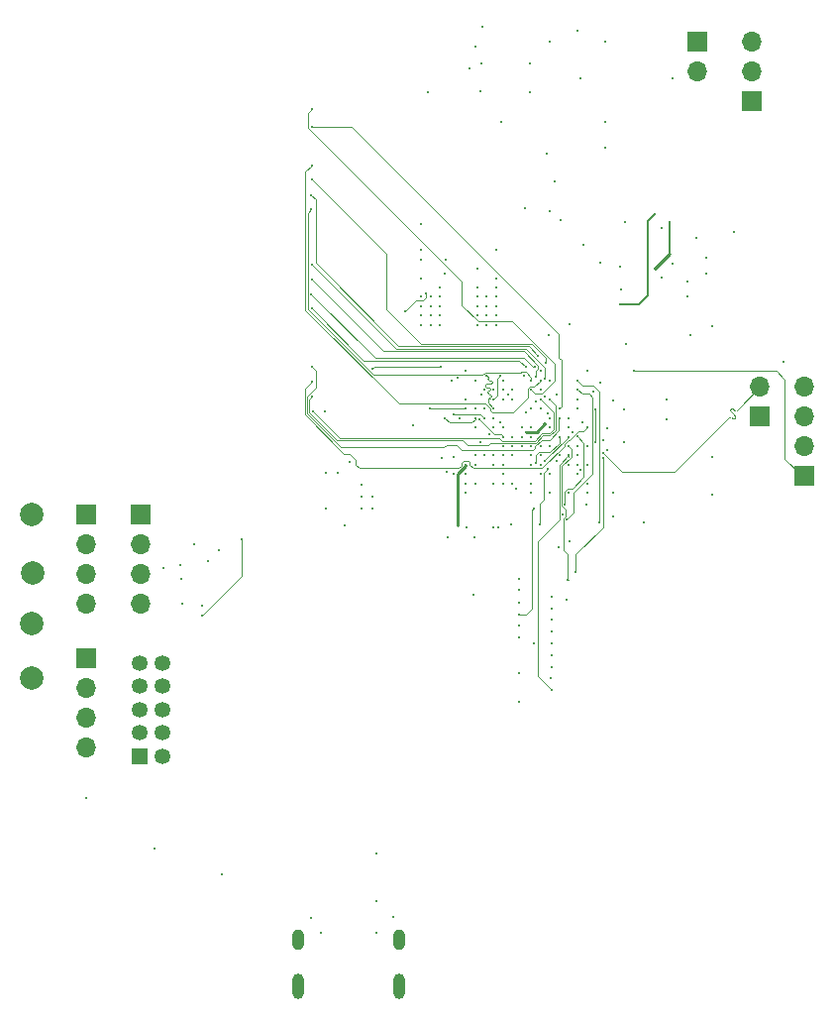
<source format=gbr>
%TF.GenerationSoftware,KiCad,Pcbnew,9.0.0*%
%TF.CreationDate,2025-05-06T20:27:03-04:00*%
%TF.ProjectId,payload_board,7061796c-6f61-4645-9f62-6f6172642e6b,rev?*%
%TF.SameCoordinates,Original*%
%TF.FileFunction,Copper,L3,Inr*%
%TF.FilePolarity,Positive*%
%FSLAX45Y45*%
G04 Gerber Fmt 4.5, Leading zero omitted, Abs format (unit mm)*
G04 Created by KiCad (PCBNEW 9.0.0) date 2025-05-06 20:27:03*
%MOMM*%
%LPD*%
G01*
G04 APERTURE LIST*
%TA.AperFunction,ComponentPad*%
%ADD10C,2.000000*%
%TD*%
%TA.AperFunction,ComponentPad*%
%ADD11R,1.700000X1.700000*%
%TD*%
%TA.AperFunction,ComponentPad*%
%ADD12O,1.700000X1.700000*%
%TD*%
%TA.AperFunction,ComponentPad*%
%ADD13O,1.000000X2.200000*%
%TD*%
%TA.AperFunction,ComponentPad*%
%ADD14O,1.000000X1.800000*%
%TD*%
%TA.AperFunction,ComponentPad*%
%ADD15R,1.350000X1.350000*%
%TD*%
%TA.AperFunction,ComponentPad*%
%ADD16C,1.350000*%
%TD*%
%TA.AperFunction,ViaPad*%
%ADD17C,0.300000*%
%TD*%
%TA.AperFunction,Conductor*%
%ADD18C,0.100000*%
%TD*%
%TA.AperFunction,Conductor*%
%ADD19C,0.250000*%
%TD*%
%TA.AperFunction,Conductor*%
%ADD20C,0.200000*%
%TD*%
G04 APERTURE END LIST*
D10*
%TO.N,GND*%
%TO.C,TP7*%
X15350000Y-10735000D03*
%TD*%
D11*
%TO.N,+3V3*%
%TO.C,J6*%
X15815000Y-9805000D03*
D12*
%TO.N,Net-(J6-Pin_2)*%
X15815000Y-10059000D03*
%TO.N,LPI2C3_SCL*%
X15815000Y-10313000D03*
%TO.N,LPI2C3_SDA*%
X15815000Y-10567000D03*
%TD*%
D11*
%TO.N,LPSPI4_PCSO*%
%TO.C,J11*%
X21955000Y-9472000D03*
D12*
%TO.N,LPSPI4_SDI*%
X21955000Y-9218000D03*
%TO.N,LPSPI4_SDO*%
X21955000Y-8964000D03*
%TO.N,LPSPI4_SCK*%
X21955000Y-8710000D03*
%TD*%
D11*
%TO.N,TEST_ANTENNAS*%
%TO.C,J9*%
X21502500Y-6270000D03*
D12*
%TO.N,FIRE_DEPLOY1_A*%
X21502500Y-6016000D03*
%TO.N,FIRE_DEPLOY1_B*%
X21502500Y-5762000D03*
%TD*%
D10*
%TO.N,VBUS*%
%TO.C,TP5*%
X15350000Y-9805000D03*
%TD*%
%TO.N,VBUSP*%
%TO.C,TP8*%
X15350000Y-11200000D03*
%TD*%
D11*
%TO.N,+3V3*%
%TO.C,J7*%
X16282500Y-9807500D03*
D12*
%TO.N,Net-(J7-Pin_2)*%
X16282500Y-10061500D03*
%TO.N,LPI2C4_SCL*%
X16282500Y-10315500D03*
%TO.N,LPI2C4_SDA*%
X16282500Y-10569500D03*
%TD*%
D13*
%TO.N,GND*%
%TO.C,J2*%
X17628000Y-13837500D03*
X18492000Y-13837500D03*
D14*
X17628000Y-13437500D03*
X18492000Y-13437500D03*
%TD*%
D11*
%TO.N,DEPLOY1*%
%TO.C,J4*%
X21042500Y-5765000D03*
D12*
%TO.N,READ_DEPLOY1*%
X21042500Y-6019000D03*
%TD*%
D15*
%TO.N,+3V3*%
%TO.C,J10*%
X16272500Y-11870000D03*
D16*
%TO.N,JTAG_MOD*%
X16472500Y-11870000D03*
%TO.N,GND*%
X16272500Y-11670000D03*
%TO.N,JTAG_TCK*%
X16472500Y-11670000D03*
%TO.N,GND*%
X16272500Y-11470000D03*
%TO.N,JTAG_TDO*%
X16472500Y-11470000D03*
%TO.N,JTAG_TMS*%
X16272500Y-11270000D03*
%TO.N,JTAG_TDI*%
X16472500Y-11270000D03*
%TO.N,GND*%
X16272500Y-11070000D03*
%TO.N,JTAG_TRSTB*%
X16472500Y-11070000D03*
%TD*%
D10*
%TO.N,+3V3*%
%TO.C,TP6*%
X15360000Y-10305000D03*
%TD*%
D11*
%TO.N,VBUS*%
%TO.C,J3*%
X15815000Y-11030000D03*
D12*
%TO.N,+3V3*%
X15815000Y-11284000D03*
%TO.N,DCDC_IN*%
X15815000Y-11538000D03*
%TO.N,GND*%
X15815000Y-11792000D03*
%TD*%
D11*
%TO.N,LPUART2_RX*%
%TO.C,J5*%
X21575000Y-8969000D03*
D12*
%TO.N,LPUART2_TX*%
X21575000Y-8715000D03*
%TD*%
D17*
%TO.N,GND*%
X18740000Y-6195000D03*
%TO.N,VBUS*%
X18907000Y-9997500D03*
%TO.N,+3V3*%
X19952500Y-10035000D03*
X18610000Y-9045000D03*
%TO.N,GND*%
X19922500Y-10532500D03*
X19858750Y-10086250D03*
X19127500Y-10490000D03*
%TO.N,CSI_DATA04*%
X19640000Y-9755000D03*
%TO.N,DQ6*%
X19180000Y-8992500D03*
X19380000Y-9140000D03*
%TO.N,GND*%
X19872500Y-7292500D03*
X20320000Y-9615000D03*
X19060000Y-9620000D03*
X18167500Y-9552500D03*
X19540000Y-9140000D03*
X19160000Y-8025000D03*
X21167500Y-9315000D03*
X19140000Y-8900000D03*
X19060000Y-8580000D03*
X19620000Y-9140000D03*
X18437500Y-13237500D03*
X19140000Y-9540000D03*
X16979000Y-12877800D03*
X19365000Y-6452500D03*
X19540000Y-9060000D03*
X19520000Y-11405000D03*
X19970000Y-9102400D03*
X20020000Y-9300000D03*
X20257500Y-6450000D03*
X19160000Y-8185000D03*
X17740000Y-13248000D03*
X20322500Y-9825000D03*
X19945000Y-8175000D03*
X20257500Y-6667500D03*
X19460000Y-9300000D03*
X21167500Y-9635000D03*
X19620000Y-9220000D03*
X19570000Y-7190000D03*
X19320000Y-8185000D03*
X19620000Y-9060000D03*
X20020000Y-8900000D03*
X21030000Y-7440000D03*
X18300000Y-12700000D03*
X19140000Y-9300000D03*
X20417500Y-8910000D03*
X20775000Y-8822500D03*
X17867500Y-9752500D03*
X20417500Y-9190000D03*
X20100000Y-9620000D03*
X18840000Y-7945000D03*
X20955000Y-7817500D03*
X19160000Y-7865000D03*
X20775000Y-8987500D03*
X19380000Y-9540000D03*
X19320000Y-7545000D03*
X19060000Y-9540000D03*
X17857500Y-8920000D03*
X19540000Y-9220000D03*
X19380000Y-8660000D03*
X19780000Y-8660000D03*
X20985000Y-8270000D03*
X20100000Y-8580000D03*
X19700000Y-9380000D03*
X18167500Y-9752500D03*
X18840000Y-8105000D03*
X18067500Y-9352500D03*
X19700000Y-9300000D03*
X19620000Y-9540000D03*
%TO.N,VDD_SOC*%
X19460000Y-9140000D03*
X18957500Y-9312500D03*
X19700000Y-9220000D03*
X19380000Y-9220000D03*
X19576500Y-8935000D03*
%TO.N,Net-(U1E-NVCC_PLL)*%
X19780000Y-9620000D03*
%TO.N,VBUS*%
X19460000Y-9540000D03*
X17821000Y-13380000D03*
X18300000Y-13375000D03*
X19135000Y-9997500D03*
X19495000Y-9580000D03*
X18300000Y-13107500D03*
X19460000Y-9540000D03*
%TO.N,PWDN*%
X20020000Y-8740000D03*
X19922500Y-9850000D03*
%TO.N,Net-(U1E-VDD_SNVS_CAP)*%
X19780000Y-9460000D03*
%TO.N,Net-(U1F-VDD_USB_CAP)*%
X19620000Y-9300000D03*
%TO.N,Net-(U1D-DCDC_PSWITCH)*%
X19190000Y-9182500D03*
X19220000Y-9300000D03*
%TO.N,LDO_EN*%
X19800000Y-11005000D03*
X20205000Y-9875000D03*
X20020000Y-8660000D03*
%TO.N,XRS*%
X19800000Y-11105000D03*
X20172500Y-8907500D03*
X20172500Y-9190000D03*
X20585000Y-9875000D03*
X20020000Y-8820000D03*
%TO.N,Net-(U1E-VDD_HIGH_CAP)*%
X19620000Y-9620000D03*
%TO.N,/Memory/DQS*%
X19562178Y-8618811D03*
%TO.N,WDT_WDI*%
X20215000Y-7652500D03*
X20215000Y-8680000D03*
%TO.N,+3V3*%
X20100000Y-9540000D03*
X19770000Y-8270000D03*
X19700000Y-8900000D03*
X18680000Y-8185000D03*
X18840000Y-7865000D03*
X19940000Y-9620000D03*
X19420000Y-8780000D03*
X18167500Y-9652500D03*
X19060000Y-9380000D03*
X19358500Y-9017500D03*
X19160000Y-7945000D03*
X18680000Y-7545000D03*
X18840000Y-8025000D03*
X18030000Y-9900000D03*
X19380000Y-9300000D03*
X18840000Y-8185000D03*
X19575000Y-9100000D03*
X19070000Y-9915000D03*
X19740000Y-9025000D03*
X19160000Y-8105000D03*
X18995000Y-9895000D03*
X19780000Y-8980000D03*
X18267500Y-9652500D03*
X19140000Y-9380000D03*
X18680000Y-7320000D03*
X19778750Y-9221250D03*
X19300000Y-9300000D03*
X19700000Y-9460000D03*
X19460000Y-9220000D03*
%TO.N,DCDC_IN*%
X15815000Y-12225000D03*
X16397500Y-12655000D03*
%TO.N,WDT_BIAS*%
X20420000Y-7305000D03*
X19777500Y-7210000D03*
%TO.N,USB_DP_1*%
X19620000Y-9380000D03*
X19450000Y-9890000D03*
%TO.N,DQ1*%
X18680000Y-8105000D03*
X18957600Y-8949900D03*
X19220000Y-8980000D03*
%TO.N,DQ13*%
X19198250Y-8780948D03*
X19240000Y-8105000D03*
%TO.N,DQ15*%
X19239976Y-8620024D03*
X19300000Y-8900000D03*
X19240000Y-8185000D03*
%TO.N,DQML*%
X18261929Y-8558071D03*
X18850000Y-8540000D03*
%TO.N,A10*%
X18680000Y-7625000D03*
X19140000Y-9060000D03*
%TO.N,DQ7*%
X19260026Y-9120100D03*
X19010000Y-8979900D03*
%TO.N,DQ0*%
X19220000Y-8900000D03*
X18760000Y-8185000D03*
%TO.N,DQ11*%
X19240000Y-8025000D03*
X19300000Y-8740000D03*
%TO.N,DQ10*%
X19380000Y-8820000D03*
X19320000Y-7945000D03*
%TO.N,~{RAS}*%
X18885326Y-7749400D03*
X18940000Y-8657500D03*
%TO.N,DQ9*%
X19380000Y-8740000D03*
X19240000Y-7945000D03*
%TO.N,DQ6*%
X18760000Y-7945000D03*
%TO.N,DQMH*%
X19460000Y-8820000D03*
X19320000Y-7785000D03*
%TO.N,DQ12*%
X19355000Y-8620000D03*
X19300000Y-8820000D03*
X19320000Y-8025000D03*
%TO.N,DQ14*%
X19320000Y-8105000D03*
X19220000Y-8740000D03*
%TO.N,DQ3*%
X18680000Y-8025000D03*
X19300000Y-9060000D03*
%TO.N,DQ2*%
X19297500Y-8980000D03*
X18760000Y-8105000D03*
%TO.N,~{CS}*%
X19060000Y-8900000D03*
X18755000Y-8900000D03*
%TO.N,A0*%
X18892500Y-7625000D03*
X18992500Y-8635100D03*
%TO.N,DQ8*%
X19460000Y-8740000D03*
X19320000Y-7865000D03*
%TO.N,DQ5*%
X19380000Y-9060000D03*
X18680000Y-7945000D03*
%TO.N,DQ4*%
X18880000Y-8980000D03*
X18760000Y-8025000D03*
X19140000Y-8980000D03*
%TO.N,CSI_DATA05*%
X19740000Y-9342500D03*
X19520000Y-10555000D03*
X19940000Y-9140000D03*
%TO.N,CSI_PIXCLK*%
X19940000Y-9380000D03*
X19520000Y-10355000D03*
%TO.N,LPI2C1_SCL*%
X19695178Y-9890178D03*
X19761003Y-9417500D03*
X19645000Y-10902500D03*
X19520000Y-11155000D03*
%TO.N,CSI_DATA08*%
X20090000Y-9719900D03*
X20020000Y-9460000D03*
X19520000Y-10850000D03*
%TO.N,CSI_VSYNC*%
X19935000Y-10362500D03*
X19940000Y-9220000D03*
X19800000Y-10505000D03*
%TO.N,CSI_DATA02*%
X19800000Y-10805000D03*
X20100000Y-9220000D03*
%TO.N,CSI_DATA03*%
X19520000Y-10450000D03*
X19940000Y-9060000D03*
%TO.N,CSI_DATA06*%
X19800000Y-10905000D03*
X20020000Y-9220000D03*
%TO.N,CSI_DATA09*%
X19520000Y-10755000D03*
X19910000Y-9719900D03*
X20018962Y-9138962D03*
%TO.N,LPI2C1_SDA*%
X19790000Y-11205000D03*
X19860000Y-9300000D03*
%TO.N,CSI_HSYNC*%
X20045000Y-9420000D03*
X19800000Y-10605000D03*
%TO.N,CSI_DATA07*%
X19800000Y-10705000D03*
X20020000Y-9380000D03*
X20000100Y-10295000D03*
X20235000Y-9317500D03*
%TO.N,CSI_MCLK*%
X19940000Y-9300000D03*
X19800000Y-11305000D03*
%TO.N,CSI_DATA04*%
X19860000Y-9140000D03*
X19520000Y-10655000D03*
X19660000Y-9360048D03*
%TO.N,LPUART2_TX*%
X20235000Y-9275000D03*
%TO.N,LPI2C4_SCL*%
X19834800Y-9349323D03*
X16625000Y-10237500D03*
X16480000Y-10262500D03*
X19296000Y-9913000D03*
%TO.N,LPI2C4_SDA*%
X19892500Y-9805000D03*
X20100000Y-9380000D03*
X19338913Y-9912729D03*
%TO.N,LPI2C3_SCL*%
X16955000Y-10109200D03*
X16860000Y-10200000D03*
%TO.N,LPI2C3_SDA*%
X17150000Y-10015000D03*
X16810000Y-10667000D03*
%TO.N,Net-(L1-Pad1)*%
X19060000Y-9460000D03*
X18957500Y-9460000D03*
%TO.N,FIRE_DEPLOY1_A*%
X19192457Y-5948468D03*
X20832766Y-6080100D03*
X20045000Y-6080000D03*
X19607500Y-6195000D03*
%TO.N,FIRE_DEPLOY1_B*%
X19607500Y-5947500D03*
X19190000Y-6190000D03*
%TO.N,VBUSP*%
X20012500Y-5672500D03*
X19202500Y-5635000D03*
%TO.N,JTAG_MOD*%
X20060000Y-9017500D03*
%TO.N,JTAG_TRSTB*%
X19780480Y-9057400D03*
%TO.N,GPIO_B0_04*%
X19620000Y-8740000D03*
X17747500Y-6340000D03*
%TO.N,GPIO_B0_05*%
X17742500Y-7200000D03*
X19620000Y-8660000D03*
%TO.N,GPIO_B0_06*%
X19681247Y-8446253D03*
X17742500Y-7073500D03*
%TO.N,GPIO_B0_07*%
X17745000Y-6945000D03*
X19700000Y-8580000D03*
X19745000Y-8505000D03*
%TO.N,GPIO_B0_08*%
X17744000Y-6820000D03*
X19700000Y-8657500D03*
%TO.N,GPIO_B0_09*%
X19577500Y-8545000D03*
X19700000Y-8740000D03*
X17749000Y-8045000D03*
%TO.N,GPIO_B0_10*%
X17755000Y-8921000D03*
X19700000Y-8820000D03*
%TO.N,GPIO_B0_11*%
X19650000Y-8542500D03*
X17741000Y-7923500D03*
%TO.N,GPIO_B0_12*%
X17745000Y-7796500D03*
X19660000Y-8630000D03*
%TO.N,GPIO_B0_13*%
X19780000Y-8820000D03*
X17751000Y-8794000D03*
%TO.N,GPIO_B0_14*%
X19740000Y-8640048D03*
X17747500Y-7669500D03*
X19740000Y-8800000D03*
%TO.N,GPIO_B0_15*%
X19860000Y-8900000D03*
X17745000Y-6490000D03*
%TO.N,GPIO_AD_B0_04*%
X19860000Y-8980000D03*
X17747500Y-8540000D03*
%TO.N,GPIO_AD_B0_05*%
X17750000Y-8667000D03*
X20100000Y-9060000D03*
%TO.N,/Watchdog/WDT-VP*%
X20800000Y-7305000D03*
X20680000Y-7700000D03*
%TO.N,ODQ7*%
X19380000Y-9380000D03*
X18860000Y-9320000D03*
%TO.N,ODQ6*%
X19380000Y-9460000D03*
X17867500Y-9452500D03*
%TO.N,JTAG_TMS*%
X20267600Y-9067532D03*
%TO.N,JTAG_TCK*%
X19940000Y-8980000D03*
%TO.N,ODQ1*%
X19300000Y-9540000D03*
X17967500Y-9452500D03*
%TO.N,A_OSCLK*%
X18897500Y-9440100D03*
X19300000Y-9380000D03*
%TO.N,JTAG_TDI*%
X20272500Y-9257500D03*
%TO.N,JTAG_TDO*%
X20235000Y-9165000D03*
%TO.N,Net-(U4D--)*%
X21170000Y-8195000D03*
X20733900Y-7781530D03*
X20735000Y-7360000D03*
X20955000Y-7945000D03*
%TO.N,Net-(J6-Pin_2)*%
X16627500Y-10350000D03*
X16810000Y-10582500D03*
%TO.N,Net-(J7-Pin_2)*%
X16738600Y-10058400D03*
X16637000Y-10566400D03*
%TO.N,Net-(JP1-A)*%
X20825000Y-7665000D03*
X21352500Y-7392500D03*
%TO.N,Net-(Q2A-G)*%
X19780000Y-5762500D03*
X19096000Y-5998000D03*
X19145000Y-5804000D03*
X20252500Y-5762500D03*
%TO.N,Net-(U3-ERR#)*%
X18267500Y-9752500D03*
%TO.N,Net-(U4B--)*%
X20675000Y-7240000D03*
X20380000Y-8010000D03*
%TO.N,Net-(U4A--)*%
X20385000Y-7880000D03*
X20067500Y-7500000D03*
%TO.N,Net-(U5-ILIM)*%
X19755000Y-6725000D03*
X19822500Y-6960000D03*
%TO.N,Net-(R56-Pad1)*%
X20382500Y-7690000D03*
X20430000Y-8345000D03*
%TO.N,Net-(U4C-+)*%
X21115000Y-7745000D03*
X21115000Y-7612500D03*
%TO.N,~{WE}*%
X19060000Y-8820000D03*
X18680000Y-7785000D03*
%TO.N,A9*%
X19160000Y-7702500D03*
X19140000Y-8660000D03*
%TO.N,LPSPI4_SDI*%
X19760000Y-8940000D03*
%TO.N,LPSPI4_SCK*%
X20155000Y-8755000D03*
X19840000Y-8780000D03*
X21780000Y-8500000D03*
%TO.N,LPSPI4_SDO*%
X20320000Y-8830000D03*
X19620000Y-8900000D03*
%TO.N,LPSPI4_PCSO*%
X19660000Y-8840000D03*
X20502500Y-8580000D03*
%TO.N,A10*%
X18540000Y-8070000D03*
X18720000Y-7915000D03*
%TD*%
D18*
%TO.N,LPUART2_TX*%
X20400000Y-9440000D02*
X20235000Y-9275000D01*
X20850000Y-9440000D02*
X20400000Y-9440000D01*
X21326294Y-8924108D02*
X21337608Y-8935421D01*
X21575000Y-8715000D02*
X21375792Y-8914208D01*
X21337608Y-8935421D02*
X21354579Y-8952392D01*
X21330537Y-8902895D02*
X21326294Y-8907137D01*
X21365892Y-8980676D02*
X21361650Y-8984919D01*
X21344679Y-8984919D02*
X21333365Y-8973606D01*
X21297326Y-8992674D02*
X20850000Y-9440000D01*
X21358821Y-8914208D02*
X21347507Y-8902895D01*
X21312152Y-8977848D02*
X21297326Y-8992674D01*
X21316395Y-8973605D02*
X21312152Y-8977848D01*
X21354579Y-8952392D02*
X21365892Y-8963706D01*
X21347507Y-8902895D02*
G75*
G03*
X21330537Y-8902895I-8485J-8485D01*
G01*
X21375792Y-8914208D02*
G75*
G02*
X21358821Y-8914208I-8485J8485D01*
G01*
X21333365Y-8973606D02*
G75*
G03*
X21316395Y-8973605I-8485J-8485D01*
G01*
X21361650Y-8984919D02*
G75*
G02*
X21344679Y-8984919I-8485J8485D01*
G01*
X21365892Y-8963706D02*
G75*
G02*
X21365891Y-8980675I-8482J-8484D01*
G01*
X21326294Y-8907137D02*
G75*
G03*
X21326297Y-8924105I8486J-8483D01*
G01*
%TO.N,CSI_DATA04*%
X19630000Y-9765000D02*
X19640000Y-9755000D01*
X19630000Y-10605000D02*
X19630000Y-9765000D01*
X19580000Y-10655000D02*
X19630000Y-10605000D01*
X19520000Y-10655000D02*
X19580000Y-10655000D01*
%TO.N,DQ6*%
X19360300Y-9120300D02*
X19380000Y-9140000D01*
X19307800Y-9120300D02*
X19360300Y-9120300D01*
X19180000Y-8992500D02*
X19307800Y-9120300D01*
%TO.N,DQ15*%
X19263100Y-8719716D02*
G75*
G02*
X19275104Y-8731716I0J-12004D01*
G01*
X19262100Y-8749716D02*
G75*
G03*
X19250096Y-8761716I0J-12004D01*
G01*
X19280100Y-8797716D02*
G75*
G02*
X19268100Y-8809720I-12000J-4D01*
G01*
X19250100Y-8767716D02*
G75*
G03*
X19262100Y-8779720I12000J-4D01*
G01*
X19262100Y-8809716D02*
G75*
G03*
X19250096Y-8821716I0J-12004D01*
G01*
X19268100Y-8779716D02*
G75*
G02*
X19280104Y-8791716I0J-12004D01*
G01*
X19290100Y-8677716D02*
G75*
G02*
X19278100Y-8689720I-12000J-4D01*
G01*
X19230100Y-8709716D02*
G75*
G03*
X19240100Y-8719720I10000J-4D01*
G01*
X19275100Y-8737716D02*
G75*
G02*
X19263100Y-8749720I-12000J-4D01*
G01*
X19250100Y-8647716D02*
G75*
G03*
X19262100Y-8659720I12000J-4D01*
G01*
X19240100Y-8689716D02*
G75*
G03*
X19230096Y-8699716I0J-10004D01*
G01*
X19278100Y-8659716D02*
G75*
G02*
X19290104Y-8671716I0J-12004D01*
G01*
X19290928Y-8890928D02*
X19300000Y-8900000D01*
X19250100Y-8761716D02*
X19250100Y-8767716D01*
X19268100Y-8809716D02*
X19262100Y-8809716D01*
X19250100Y-8850100D02*
X19290928Y-8890928D01*
X19262100Y-8779716D02*
X19268100Y-8779716D01*
X19250100Y-8827716D02*
X19250100Y-8850100D01*
X19262100Y-8689716D02*
X19250100Y-8689716D01*
X19290100Y-8671716D02*
X19290100Y-8677716D01*
X19275100Y-8731716D02*
X19275100Y-8737716D01*
X19262100Y-8719716D02*
X19263100Y-8719716D01*
X19250100Y-8821716D02*
X19250100Y-8827716D01*
X19230100Y-8699716D02*
X19230100Y-8709716D01*
X19250100Y-8630148D02*
X19250100Y-8647716D01*
X19250100Y-8689716D02*
X19240100Y-8689716D01*
X19263100Y-8749716D02*
X19262100Y-8749716D01*
X19262100Y-8659716D02*
X19278100Y-8659716D01*
X19278100Y-8689716D02*
X19262100Y-8689716D01*
X19240100Y-8719716D02*
X19250100Y-8719716D01*
X19250100Y-8719716D02*
X19262100Y-8719716D01*
X19280100Y-8791716D02*
X19280100Y-8797716D01*
X19239976Y-8620024D02*
X19250100Y-8630148D01*
%TO.N,PWDN*%
X20142500Y-8802500D02*
X20142500Y-9455000D01*
X19983326Y-9614174D02*
X19983326Y-9789174D01*
X20142500Y-9455000D02*
X19983326Y-9614174D01*
X20055000Y-8775000D02*
X20115000Y-8775000D01*
X20115000Y-8775000D02*
X20142500Y-8802500D01*
X20020000Y-8740000D02*
X20055000Y-8775000D01*
X19983326Y-9789174D02*
X19922500Y-9850000D01*
%TO.N,LDO_EN*%
X20205000Y-9875000D02*
X20205000Y-8755000D01*
X20060000Y-8700000D02*
X20020000Y-8660000D01*
X20150000Y-8700000D02*
X20060000Y-8700000D01*
X20205000Y-8755000D02*
X20150000Y-8700000D01*
%TO.N,XRS*%
X20172500Y-9190000D02*
X20172500Y-8907500D01*
D19*
%TO.N,+3V3*%
X19060000Y-9389132D02*
X18995000Y-9454132D01*
X19060000Y-9380000D02*
X19060000Y-9389132D01*
X18995000Y-9454132D02*
X18995000Y-9895000D01*
X19665000Y-9100000D02*
X19740000Y-9025000D01*
X19575000Y-9100000D02*
X19665000Y-9100000D01*
D18*
%TO.N,DQ1*%
X19220000Y-8980000D02*
X19189900Y-8949900D01*
X19189900Y-8949900D02*
X18957600Y-8949900D01*
%TO.N,DQ15*%
X19239952Y-8620000D02*
X19239976Y-8620024D01*
%TO.N,DQML*%
X18280000Y-8540000D02*
X18850000Y-8540000D01*
X18261929Y-8558071D02*
X18280000Y-8540000D01*
%TO.N,DQ12*%
X19330100Y-8644900D02*
X19355000Y-8620000D01*
X19300000Y-8820000D02*
X19330100Y-8789900D01*
X19330100Y-8789900D02*
X19330100Y-8644900D01*
%TO.N,~{CS}*%
X18755000Y-8900000D02*
X19060000Y-8900000D01*
%TO.N,DQ4*%
X19140000Y-8990000D02*
X19110000Y-9020000D01*
X18920000Y-9020000D02*
X18880000Y-8980000D01*
X19140000Y-8980000D02*
X19140000Y-8990000D01*
X19110000Y-9020000D02*
X18920000Y-9020000D01*
%TO.N,CSI_DATA05*%
X19740000Y-9340000D02*
X19940000Y-9140000D01*
X19740000Y-9342500D02*
X19740000Y-9340000D01*
%TO.N,LPI2C1_SCL*%
X19697322Y-9712322D02*
X19697322Y-9888033D01*
X19761003Y-9417500D02*
X19760000Y-9417500D01*
X19697322Y-9888033D02*
X19695178Y-9890178D01*
X19730000Y-9679645D02*
X19697322Y-9712322D01*
X19730000Y-9447500D02*
X19730000Y-9679645D01*
X19760000Y-9417500D02*
X19730000Y-9447500D01*
%TO.N,CSI_VSYNC*%
X19917600Y-9762997D02*
X19884900Y-9730297D01*
X19938750Y-10366250D02*
X19935000Y-10362500D01*
X19935000Y-10362500D02*
X19935000Y-10145100D01*
X19884900Y-9390597D02*
X19965100Y-9310397D01*
X19935000Y-10145100D02*
X19897400Y-10107500D01*
X19965100Y-9310397D02*
X19965100Y-9245100D01*
X19884900Y-9730297D02*
X19884900Y-9390597D01*
X19897400Y-10107500D02*
X19897400Y-9839603D01*
X19965100Y-9245100D02*
X19940000Y-9220000D01*
X19917600Y-9819403D02*
X19917600Y-9762997D01*
X19897400Y-9839603D02*
X19917600Y-9819403D01*
%TO.N,CSI_DATA09*%
X19910000Y-9605000D02*
X19910000Y-9719900D01*
X20070100Y-9190100D02*
X20018962Y-9138962D01*
X20070000Y-9485000D02*
X19975000Y-9580000D01*
X19935000Y-9580000D02*
X19910000Y-9605000D01*
X20070100Y-9190100D02*
X20070100Y-9484900D01*
X19975000Y-9580000D02*
X19935000Y-9580000D01*
X20070100Y-9484900D02*
X20070000Y-9485000D01*
%TO.N,CSI_DATA07*%
X20000100Y-10144900D02*
X20235000Y-9910000D01*
X20000100Y-10295000D02*
X20000100Y-10144900D01*
X20235000Y-9910000D02*
X20235000Y-9317500D01*
%TO.N,CSI_MCLK*%
X19680000Y-11185000D02*
X19800000Y-11305000D01*
X19940000Y-9300000D02*
X19940000Y-9310000D01*
X19940000Y-9300000D02*
X19862500Y-9377500D01*
X19862500Y-9847500D02*
X19680000Y-10030000D01*
X19862500Y-9377500D02*
X19862500Y-9847500D01*
X19680000Y-10030000D02*
X19680000Y-11185000D01*
%TO.N,CSI_DATA04*%
X19687532Y-9269900D02*
X19662500Y-9294932D01*
X19860000Y-9140000D02*
X19860000Y-9191574D01*
X19860000Y-9191574D02*
X19781674Y-9269900D01*
X19781674Y-9269900D02*
X19687532Y-9269900D01*
X19660000Y-9360048D02*
X19660000Y-9297432D01*
X19660000Y-9297432D02*
X19662500Y-9294932D01*
%TO.N,LPI2C3_SDA*%
X17150000Y-10015000D02*
X17150000Y-10327000D01*
X17150000Y-10327000D02*
X16810000Y-10667000D01*
%TO.N,GPIO_B0_04*%
X17714900Y-6372600D02*
X17714900Y-6502468D01*
X19167332Y-8154900D02*
X19460888Y-8154900D01*
X19712500Y-8772500D02*
X19820000Y-8665000D01*
X17747500Y-6340000D02*
X17714900Y-6372600D01*
X19620000Y-8740000D02*
X19652500Y-8772500D01*
X19652500Y-8772500D02*
X19712500Y-8772500D01*
X19820000Y-8514012D02*
X19820000Y-8650000D01*
X19820000Y-8665000D02*
X19820000Y-8650000D01*
X17714900Y-6502468D02*
X19027532Y-7815100D01*
X19027532Y-8015100D02*
X19167332Y-8154900D01*
X19027532Y-7815100D02*
X19027532Y-8015100D01*
X19460888Y-8154900D02*
X19820000Y-8514012D01*
%TO.N,GPIO_B0_05*%
X17742500Y-7200000D02*
X17710900Y-7231600D01*
X19574646Y-8588711D02*
X19620000Y-8634065D01*
X19227485Y-8589900D02*
X19530377Y-8589900D01*
X17710900Y-7231600D02*
X17710900Y-8049468D01*
X19620000Y-8634065D02*
X19620000Y-8660000D01*
X17710900Y-8049468D02*
X18271532Y-8610100D01*
X19530377Y-8589900D02*
X19531566Y-8588711D01*
X19207284Y-8610100D02*
X19227485Y-8589900D01*
X18271532Y-8610100D02*
X19207284Y-8610100D01*
X19531566Y-8588711D02*
X19574646Y-8588711D01*
%TO.N,GPIO_B0_06*%
X17777600Y-7657032D02*
X18487868Y-8367300D01*
X17777600Y-7108600D02*
X17777600Y-7657032D01*
X19602294Y-8367300D02*
X19681247Y-8446253D01*
X18487868Y-8367300D02*
X19602294Y-8367300D01*
X17742500Y-7073500D02*
X17777600Y-7108600D01*
%TO.N,GPIO_B0_07*%
X18380000Y-7580000D02*
X18380000Y-8052568D01*
X19624762Y-8347200D02*
X19745000Y-8467438D01*
X17745000Y-6945000D02*
X18380000Y-7580000D01*
X18674632Y-8347200D02*
X19624762Y-8347200D01*
X18380000Y-8052568D02*
X18674632Y-8347200D01*
X19745000Y-8467438D02*
X19745000Y-8505000D01*
%TO.N,GPIO_B0_08*%
X19269900Y-8898326D02*
X19269900Y-8912468D01*
X19607532Y-8709900D02*
X19608800Y-8709900D01*
X19589900Y-8807300D02*
X19589900Y-8727532D01*
X17690800Y-6873200D02*
X17690800Y-8057794D01*
X17690800Y-8057794D02*
X18491432Y-8858426D01*
X18491432Y-8858426D02*
X19230000Y-8858426D01*
X19607532Y-8709900D02*
X19607632Y-8710000D01*
X19287532Y-8930100D02*
X19467100Y-8930100D01*
X19647500Y-8710000D02*
X19700000Y-8657500D01*
X19589900Y-8727532D02*
X19607532Y-8709900D01*
X19607632Y-8710000D02*
X19647500Y-8710000D01*
X19467100Y-8930100D02*
X19589900Y-8807300D01*
X19269900Y-8912468D02*
X19287532Y-8930100D01*
X17744000Y-6820000D02*
X17690800Y-6873200D01*
X19230000Y-8858426D02*
X19269900Y-8898326D01*
%TO.N,GPIO_B0_09*%
X18191500Y-8487500D02*
X19520000Y-8487500D01*
X17749000Y-8045000D02*
X18191500Y-8487500D01*
X19520000Y-8487500D02*
X19577500Y-8545000D01*
%TO.N,GPIO_B0_10*%
X19737500Y-8857500D02*
X19700000Y-8820000D01*
X19778745Y-9109900D02*
X19814900Y-9073745D01*
X19715000Y-9109900D02*
X19778745Y-9109900D01*
X19814900Y-9073745D02*
X19814900Y-8940000D01*
X19812500Y-8930000D02*
X19808750Y-8926250D01*
X19740000Y-8857500D02*
X19737500Y-8857500D01*
X19350000Y-9150200D02*
X19374800Y-9175000D01*
X19808750Y-8926250D02*
X19740000Y-8857500D01*
X19649900Y-9175000D02*
X19715000Y-9109900D01*
X17752500Y-8920000D02*
X17982700Y-9150200D01*
X19814900Y-8932400D02*
X19808750Y-8926250D01*
X17982700Y-9150200D02*
X19350000Y-9150200D01*
X19374800Y-9175000D02*
X19649900Y-9175000D01*
X19814900Y-8940000D02*
X19814900Y-8932400D01*
%TO.N,GPIO_B0_11*%
X17741000Y-7923500D02*
X18285000Y-8467500D01*
X19601676Y-8511676D02*
X19632500Y-8542500D01*
X19522500Y-8467500D02*
X19557500Y-8467500D01*
X19557500Y-8467500D02*
X19601676Y-8511676D01*
X19632500Y-8542500D02*
X19650000Y-8542500D01*
X18285000Y-8467500D02*
X19522500Y-8467500D01*
%TO.N,GPIO_B0_12*%
X19557500Y-8407500D02*
X19680000Y-8530000D01*
X18356000Y-8407500D02*
X19557500Y-8407500D01*
X19660000Y-8630000D02*
X19660000Y-8575068D01*
X19680000Y-8530000D02*
X19680000Y-8555068D01*
X17745000Y-7796500D02*
X18356000Y-8407500D01*
X19680000Y-8555068D02*
X19660000Y-8575068D01*
%TO.N,GPIO_B0_13*%
X19072532Y-9212600D02*
X19030232Y-9170300D01*
X19658784Y-9191216D02*
X19273884Y-9191216D01*
X19830000Y-9080000D02*
X19780000Y-9130000D01*
X19830000Y-8870000D02*
X19830000Y-9080000D01*
X19780000Y-9130000D02*
X19720000Y-9130000D01*
X19720000Y-9130000D02*
X19658784Y-9191216D01*
X19780000Y-8820000D02*
X19830000Y-8870000D01*
X19252500Y-9212600D02*
X19072532Y-9212600D01*
X17724900Y-8820100D02*
X17751000Y-8794000D01*
X19030232Y-9170300D02*
X17961732Y-9170300D01*
X17724900Y-8933468D02*
X17724900Y-8820100D01*
X17961732Y-9170300D02*
X17724900Y-8933468D01*
X19273884Y-9191216D02*
X19252500Y-9212600D01*
%TO.N,GPIO_B0_14*%
X19740000Y-8640048D02*
X19740000Y-8547433D01*
X19579968Y-8387400D02*
X19740000Y-8547432D01*
X19740000Y-8547433D02*
X19740000Y-8547432D01*
X18465400Y-8387400D02*
X19579968Y-8387400D01*
X17747500Y-7669500D02*
X18465400Y-8387400D01*
%TO.N,GPIO_B0_15*%
X19857500Y-8262500D02*
X18085000Y-6490000D01*
X18085000Y-6490000D02*
X17745000Y-6490000D01*
X19879700Y-8880300D02*
X19879700Y-8487200D01*
X19857500Y-8465000D02*
X19857500Y-8262500D01*
X19860000Y-8900000D02*
X19879700Y-8880300D01*
X19879700Y-8487200D02*
X19857500Y-8465000D01*
%TO.N,GPIO_AD_B0_04*%
X19860000Y-8980000D02*
X19860000Y-8977500D01*
X19780000Y-9165000D02*
X19857500Y-9087500D01*
X17704800Y-8797632D02*
X17704800Y-8941794D01*
X19857500Y-8982500D02*
X19860000Y-8980000D01*
X19707500Y-9165000D02*
X19780000Y-9165000D01*
X19635000Y-9252500D02*
X19650000Y-9237500D01*
X17780100Y-8572600D02*
X17747500Y-8540000D01*
X19325000Y-9252500D02*
X19027500Y-9252500D01*
X18982500Y-9207500D02*
X18895000Y-9207500D01*
X18875000Y-9227500D02*
X17990506Y-9227500D01*
X18895000Y-9207500D02*
X18875000Y-9227500D01*
X19027500Y-9252500D02*
X18982500Y-9207500D01*
X17704800Y-8941794D02*
X17955507Y-9192500D01*
X19650000Y-9222500D02*
X19707500Y-9165000D01*
X17704800Y-8797632D02*
X17780100Y-8722332D01*
X19857500Y-9087500D02*
X19857500Y-8982500D01*
X17780100Y-8722332D02*
X17780100Y-8572600D01*
X19325000Y-9252500D02*
X19635000Y-9252500D01*
X17990506Y-9227500D02*
X17956503Y-9193497D01*
X19650000Y-9237500D02*
X19650000Y-9222500D01*
%TO.N,GPIO_AD_B0_05*%
X19000000Y-9410100D02*
X18173107Y-9410100D01*
X19085000Y-9345000D02*
X19040000Y-9345000D01*
X19127532Y-9410100D02*
X19095000Y-9377568D01*
X18022081Y-9287500D02*
X17684700Y-8950119D01*
X19095000Y-9355000D02*
X19085000Y-9345000D01*
X19952468Y-9170100D02*
X20027568Y-9095000D01*
X20027568Y-9095000D02*
X20065000Y-9095000D01*
X19040000Y-9345000D02*
X19025000Y-9360000D01*
X19952468Y-9170100D02*
X19938326Y-9170100D01*
X18120000Y-9337500D02*
X18070000Y-9287500D01*
X17684700Y-8732300D02*
X17750000Y-8667000D01*
X19714968Y-9409535D02*
X19714968Y-9410100D01*
X19903326Y-9221742D02*
X19902761Y-9221742D01*
X19714968Y-9410100D02*
X19127532Y-9410100D01*
X18173007Y-9410000D02*
X18152500Y-9410000D01*
X20065000Y-9095000D02*
X20100000Y-9060000D01*
X17684700Y-8950119D02*
X17684700Y-8732300D01*
X19938326Y-9170100D02*
X19903326Y-9205100D01*
X19903326Y-9205100D02*
X19903326Y-9221742D01*
X18173107Y-9410100D02*
X18173007Y-9410000D01*
X19025000Y-9360000D02*
X19025000Y-9385100D01*
X18070000Y-9287500D02*
X18022081Y-9287500D01*
X19025000Y-9385100D02*
X19000000Y-9410100D01*
X18152500Y-9410000D02*
X18120000Y-9377500D01*
X18120000Y-9377500D02*
X18120000Y-9337500D01*
X19902761Y-9221742D02*
X19714968Y-9409535D01*
X19095000Y-9377568D02*
X19095000Y-9355000D01*
D20*
%TO.N,/Watchdog/WDT-VP*%
X20800000Y-7580000D02*
X20800000Y-7305000D01*
D19*
X20680000Y-7700000D02*
X20800000Y-7580000D01*
D20*
%TO.N,Net-(U4B--)*%
X20545000Y-8010000D02*
X20380000Y-8010000D01*
X20675000Y-7240000D02*
X20620000Y-7295000D01*
X20620000Y-7935000D02*
X20545000Y-8010000D01*
X20620000Y-7295000D02*
X20620000Y-7935000D01*
D18*
%TO.N,LPSPI4_PCSO*%
X21790000Y-9330000D02*
X21920000Y-9460000D01*
X20530000Y-8580000D02*
X20502500Y-8580000D01*
X21720000Y-8580000D02*
X21790000Y-8650000D01*
X20530000Y-8580000D02*
X21720000Y-8580000D01*
X21790000Y-8650000D02*
X21790000Y-9330000D01*
%TO.N,A10*%
X18634900Y-7975100D02*
X18540000Y-8070000D01*
X18692468Y-7975100D02*
X18634900Y-7975100D01*
X18720000Y-7947568D02*
X18692468Y-7975100D01*
X18720000Y-7915000D02*
X18720000Y-7947568D01*
%TD*%
M02*

</source>
